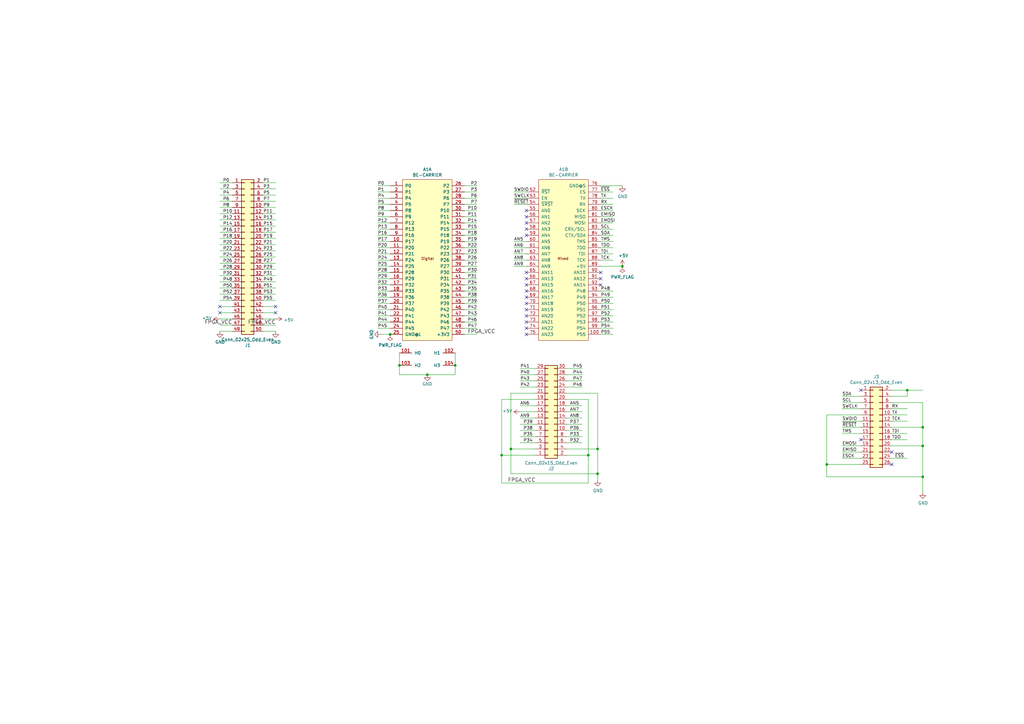
<source format=kicad_sch>
(kicad_sch (version 20211123) (generator eeschema)
  (paper "A3")
  (title_block (title "RC2014 myStorm BlackIce interface") (date "2020-10-08") (rev "2"))
  (lib_symbols
    (symbol "Connector_Generic:Conn_02x13_Odd_Even" (pin_names (offset 1.016) hide)
      (property "Reference" "J" (at 1.27 17.78 0))
      (property "Value" "Conn_02x13_Odd_Even" (at 1.27 -17.78 0))
      (symbol "Conn_02x13_Odd_Even_1_1"
        (rectangle (start -1.27 -15.113) (end 0 -15.367) (stroke (width 0.1524)))
        (rectangle (start -1.27 -12.573) (end 0 -12.827) (stroke (width 0.1524)))
        (rectangle (start -1.27 -10.033) (end 0 -10.287) (stroke (width 0.1524)))
        (rectangle (start -1.27 -7.493) (end 0 -7.747) (stroke (width 0.1524)))
        (rectangle (start -1.27 -4.953) (end 0 -5.207) (stroke (width 0.1524)))
        (rectangle (start -1.27 -2.413) (end 0 -2.667) (stroke (width 0.1524)))
        (rectangle (start -1.27 0.127) (end 0 -0.127) (stroke (width 0.1524)))
        (rectangle (start -1.27 2.667) (end 0 2.413) (stroke (width 0.1524)))
        (rectangle (start -1.27 5.207) (end 0 4.953) (stroke (width 0.1524)))
        (rectangle (start -1.27 7.747) (end 0 7.493) (stroke (width 0.1524)))
        (rectangle (start -1.27 10.287) (end 0 10.033) (stroke (width 0.1524)))
        (rectangle (start -1.27 12.827) (end 0 12.573) (stroke (width 0.1524)))
        (rectangle (start -1.27 15.367) (end 0 15.113) (stroke (width 0.1524)))
        (rectangle (start -1.27 16.51) (end 3.81 -16.51) (stroke (width 0.254)) (fill (type background)))
        (rectangle (start 3.81 -15.113) (end 2.54 -15.367) (stroke (width 0.1524)))
        (rectangle (start 3.81 -12.573) (end 2.54 -12.827) (stroke (width 0.1524)))
        (rectangle (start 3.81 -10.033) (end 2.54 -10.287) (stroke (width 0.1524)))
        (rectangle (start 3.81 -7.493) (end 2.54 -7.747) (stroke (width 0.1524)))
        (rectangle (start 3.81 -4.953) (end 2.54 -5.207) (stroke (width 0.1524)))
        (rectangle (start 3.81 -2.413) (end 2.54 -2.667) (stroke (width 0.1524)))
        (rectangle (start 3.81 0.127) (end 2.54 -0.127) (stroke (width 0.1524)))
        (rectangle (start 3.81 2.667) (end 2.54 2.413) (stroke (width 0.1524)))
        (rectangle (start 3.81 5.207) (end 2.54 4.953) (stroke (width 0.1524)))
        (rectangle (start 3.81 7.747) (end 2.54 7.493) (stroke (width 0.1524)))
        (rectangle (start 3.81 10.287) (end 2.54 10.033) (stroke (width 0.1524)))
        (rectangle (start 3.81 12.827) (end 2.54 12.573) (stroke (width 0.1524)))
        (rectangle (start 3.81 15.367) (end 2.54 15.113) (stroke (width 0.1524)))
        (pin passive line (at -5.08 15.24 0) (length 3.81) (name "Pin_1") (number "1"))
        (pin passive line (at 7.62 5.08 180) (length 3.81) (name "Pin_10") (number "10"))
        (pin passive line (at -5.08 2.54 0) (length 3.81) (name "Pin_11") (number "11"))
        (pin passive line (at 7.62 2.54 180) (length 3.81) (name "Pin_12") (number "12"))
        (pin passive line (at -5.08 0 0) (length 3.81) (name "Pin_13") (number "13"))
        (pin passive line (at 7.62 0 180) (length 3.81) (name "Pin_14") (number "14"))
        (pin passive line (at -5.08 -2.54 0) (length 3.81) (name "Pin_15") (number "15"))
        (pin passive line (at 7.62 -2.54 180) (length 3.81) (name "Pin_16") (number "16"))
        (pin passive line (at -5.08 -5.08 0) (length 3.81) (name "Pin_17") (number "17"))
        (pin passive line (at 7.62 -5.08 180) (length 3.81) (name "Pin_18") (number "18"))
        (pin passive line (at -5.08 -7.62 0) (length 3.81) (name "Pin_19") (number "19"))
        (pin passive line (at 7.62 15.24 180) (length 3.81) (name "Pin_2") (number "2"))
        (pin passive line (at 7.62 -7.62 180) (length 3.81) (name "Pin_20") (number "20"))
        (pin passive line (at -5.08 -10.16 0) (length 3.81) (name "Pin_21") (number "21"))
        (pin passive line (at 7.62 -10.16 180) (length 3.81) (name "Pin_22") (number "22"))
        (pin passive line (at -5.08 -12.7 0) (length 3.81) (name "Pin_23") (number "23"))
        (pin passive line (at 7.62 -12.7 180) (length 3.81) (name "Pin_24") (number "24"))
        (pin passive line (at -5.08 -15.24 0) (length 3.81) (name "Pin_25") (number "25"))
        (pin passive line (at 7.62 -15.24 180) (length 3.81) (name "Pin_26") (number "26"))
        (pin passive line (at -5.08 12.7 0) (length 3.81) (name "Pin_3") (number "3"))
        (pin passive line (at 7.62 12.7 180) (length 3.81) (name "Pin_4") (number "4"))
        (pin passive line (at -5.08 10.16 0) (length 3.81) (name "Pin_5") (number "5"))
        (pin passive line (at 7.62 10.16 180) (length 3.81) (name "Pin_6") (number "6"))
        (pin passive line (at -5.08 7.62 0) (length 3.81) (name "Pin_7") (number "7"))
        (pin passive line (at 7.62 7.62 180) (length 3.81) (name "Pin_8") (number "8"))
        (pin passive line (at -5.08 5.08 0) (length 3.81) (name "Pin_9") (number "9"))
      )
    )
    (symbol "Connector_Generic:Conn_02x15_Odd_Even" (pin_names (offset 1.016) hide)
      (property "Reference" "J" (at 1.27 20.32 0))
      (property "Value" "Conn_02x15_Odd_Even" (at 1.27 -20.32 0))
      (symbol "Conn_02x15_Odd_Even_1_1"
        (rectangle (start -1.27 -17.653) (end 0 -17.907) (stroke (width 0.1524)))
        (rectangle (start -1.27 -15.113) (end 0 -15.367) (stroke (width 0.1524)))
        (rectangle (start -1.27 -12.573) (end 0 -12.827) (stroke (width 0.1524)))
        (rectangle (start -1.27 -10.033) (end 0 -10.287) (stroke (width 0.1524)))
        (rectangle (start -1.27 -7.493) (end 0 -7.747) (stroke (width 0.1524)))
        (rectangle (start -1.27 -4.953) (end 0 -5.207) (stroke (width 0.1524)))
        (rectangle (start -1.27 -2.413) (end 0 -2.667) (stroke (width 0.1524)))
        (rectangle (start -1.27 0.127) (end 0 -0.127) (stroke (width 0.1524)))
        (rectangle (start -1.27 2.667) (end 0 2.413) (stroke (width 0.1524)))
        (rectangle (start -1.27 5.207) (end 0 4.953) (stroke (width 0.1524)))
        (rectangle (start -1.27 7.747) (end 0 7.493) (stroke (width 0.1524)))
        (rectangle (start -1.27 10.287) (end 0 10.033) (stroke (width 0.1524)))
        (rectangle (start -1.27 12.827) (end 0 12.573) (stroke (width 0.1524)))
        (rectangle (start -1.27 15.367) (end 0 15.113) (stroke (width 0.1524)))
        (rectangle (start -1.27 17.907) (end 0 17.653) (stroke (width 0.1524)))
        (rectangle (start -1.27 19.05) (end 3.81 -19.05) (stroke (width 0.254)) (fill (type background)))
        (rectangle (start 3.81 -17.653) (end 2.54 -17.907) (stroke (width 0.1524)))
        (rectangle (start 3.81 -15.113) (end 2.54 -15.367) (stroke (width 0.1524)))
        (rectangle (start 3.81 -12.573) (end 2.54 -12.827) (stroke (width 0.1524)))
        (rectangle (start 3.81 -10.033) (end 2.54 -10.287) (stroke (width 0.1524)))
        (rectangle (start 3.81 -7.493) (end 2.54 -7.747) (stroke (width 0.1524)))
        (rectangle (start 3.81 -4.953) (end 2.54 -5.207) (stroke (width 0.1524)))
        (rectangle (start 3.81 -2.413) (end 2.54 -2.667) (stroke (width 0.1524)))
        (rectangle (start 3.81 0.127) (end 2.54 -0.127) (stroke (width 0.1524)))
        (rectangle (start 3.81 2.667) (end 2.54 2.413) (stroke (width 0.1524)))
        (rectangle (start 3.81 5.207) (end 2.54 4.953) (stroke (width 0.1524)))
        (rectangle (start 3.81 7.747) (end 2.54 7.493) (stroke (width 0.1524)))
        (rectangle (start 3.81 10.287) (end 2.54 10.033) (stroke (width 0.1524)))
        (rectangle (start 3.81 12.827) (end 2.54 12.573) (stroke (width 0.1524)))
        (rectangle (start 3.81 15.367) (end 2.54 15.113) (stroke (width 0.1524)))
        (rectangle (start 3.81 17.907) (end 2.54 17.653) (stroke (width 0.1524)))
        (pin passive line (at -5.08 17.78 0) (length 3.81) (name "Pin_1") (number "1"))
        (pin passive line (at 7.62 7.62 180) (length 3.81) (name "Pin_10") (number "10"))
        (pin passive line (at -5.08 5.08 0) (length 3.81) (name "Pin_11") (number "11"))
        (pin passive line (at 7.62 5.08 180) (length 3.81) (name "Pin_12") (number "12"))
        (pin passive line (at -5.08 2.54 0) (length 3.81) (name "Pin_13") (number "13"))
        (pin passive line (at 7.62 2.54 180) (length 3.81) (name "Pin_14") (number "14"))
        (pin passive line (at -5.08 0 0) (length 3.81) (name "Pin_15") (number "15"))
        (pin passive line (at 7.62 0 180) (length 3.81) (name "Pin_16") (number "16"))
        (pin passive line (at -5.08 -2.54 0) (length 3.81) (name "Pin_17") (number "17"))
        (pin passive line (at 7.62 -2.54 180) (length 3.81) (name "Pin_18") (number "18"))
        (pin passive line (at -5.08 -5.08 0) (length 3.81) (name "Pin_19") (number "19"))
        (pin passive line (at 7.62 17.78 180) (length 3.81) (name "Pin_2") (number "2"))
        (pin passive line (at 7.62 -5.08 180) (length 3.81) (name "Pin_20") (number "20"))
        (pin passive line (at -5.08 -7.62 0) (length 3.81) (name "Pin_21") (number "21"))
        (pin passive line (at 7.62 -7.62 180) (length 3.81) (name "Pin_22") (number "22"))
        (pin passive line (at -5.08 -10.16 0) (length 3.81) (name "Pin_23") (number "23"))
        (pin passive line (at 7.62 -10.16 180) (length 3.81) (name "Pin_24") (number "24"))
        (pin passive line (at -5.08 -12.7 0) (length 3.81) (name "Pin_25") (number "25"))
        (pin passive line (at 7.62 -12.7 180) (length 3.81) (name "Pin_26") (number "26"))
        (pin passive line (at -5.08 -15.24 0) (length 3.81) (name "Pin_27") (number "27"))
        (pin passive line (at 7.62 -15.24 180) (length 3.81) (name "Pin_28") (number "28"))
        (pin passive line (at -5.08 -17.78 0) (length 3.81) (name "Pin_29") (number "29"))
        (pin passive line (at -5.08 15.24 0) (length 3.81) (name "Pin_3") (number "3"))
        (pin passive line (at 7.62 -17.78 180) (length 3.81) (name "Pin_30") (number "30"))
        (pin passive line (at 7.62 15.24 180) (length 3.81) (name "Pin_4") (number "4"))
        (pin passive line (at -5.08 12.7 0) (length 3.81) (name "Pin_5") (number "5"))
        (pin passive line (at 7.62 12.7 180) (length 3.81) (name "Pin_6") (number "6"))
        (pin passive line (at -5.08 10.16 0) (length 3.81) (name "Pin_7") (number "7"))
        (pin passive line (at 7.62 10.16 180) (length 3.81) (name "Pin_8") (number "8"))
        (pin passive line (at -5.08 7.62 0) (length 3.81) (name "Pin_9") (number "9"))
      )
    )
    (symbol "Connector_Generic:Conn_02x25_Odd_Even" (pin_names (offset 1.016) hide)
      (property "Reference" "J" (at 1.27 33.02 0))
      (property "Value" "Conn_02x25_Odd_Even" (at 1.27 -33.02 0))
      (symbol "Conn_02x25_Odd_Even_1_1"
        (rectangle (start -1.27 -30.353) (end 0 -30.607) (stroke (width 0.1524)))
        (rectangle (start -1.27 -27.813) (end 0 -28.067) (stroke (width 0.1524)))
        (rectangle (start -1.27 -25.273) (end 0 -25.527) (stroke (width 0.1524)))
        (rectangle (start -1.27 -22.733) (end 0 -22.987) (stroke (width 0.1524)))
        (rectangle (start -1.27 -20.193) (end 0 -20.447) (stroke (width 0.1524)))
        (rectangle (start -1.27 -17.653) (end 0 -17.907) (stroke (width 0.1524)))
        (rectangle (start -1.27 -15.113) (end 0 -15.367) (stroke (width 0.1524)))
        (rectangle (start -1.27 -12.573) (end 0 -12.827) (stroke (width 0.1524)))
        (rectangle (start -1.27 -10.033) (end 0 -10.287) (stroke (width 0.1524)))
        (rectangle (start -1.27 -7.493) (end 0 -7.747) (stroke (width 0.1524)))
        (rectangle (start -1.27 -4.953) (end 0 -5.207) (stroke (width 0.1524)))
        (rectangle (start -1.27 -2.413) (end 0 -2.667) (stroke (width 0.1524)))
        (rectangle (start -1.27 0.127) (end 0 -0.127) (stroke (width 0.1524)))
        (rectangle (start -1.27 2.667) (end 0 2.413) (stroke (width 0.1524)))
        (rectangle (start -1.27 5.207) (end 0 4.953) (stroke (width 0.1524)))
        (rectangle (start -1.27 7.747) (end 0 7.493) (stroke (width 0.1524)))
        (rectangle (start -1.27 10.287) (end 0 10.033) (stroke (width 0.1524)))
        (rectangle (start -1.27 12.827) (end 0 12.573) (stroke (width 0.1524)))
        (rectangle (start -1.27 15.367) (end 0 15.113) (stroke (width 0.1524)))
        (rectangle (start -1.27 17.907) (end 0 17.653) (stroke (width 0.1524)))
        (rectangle (start -1.27 20.447) (end 0 20.193) (stroke (width 0.1524)))
        (rectangle (start -1.27 22.987) (end 0 22.733) (stroke (width 0.1524)))
        (rectangle (start -1.27 25.527) (end 0 25.273) (stroke (width 0.1524)))
        (rectangle (start -1.27 28.067) (end 0 27.813) (stroke (width 0.1524)))
        (rectangle (start -1.27 30.607) (end 0 30.353) (stroke (width 0.1524)))
        (rectangle (start -1.27 31.75) (end 3.81 -31.75) (stroke (width 0.254)) (fill (type background)))
        (rectangle (start 3.81 -30.353) (end 2.54 -30.607) (stroke (width 0.1524)))
        (rectangle (start 3.81 -27.813) (end 2.54 -28.067) (stroke (width 0.1524)))
        (rectangle (start 3.81 -25.273) (end 2.54 -25.527) (stroke (width 0.1524)))
        (rectangle (start 3.81 -22.733) (end 2.54 -22.987) (stroke (width 0.1524)))
        (rectangle (start 3.81 -20.193) (end 2.54 -20.447) (stroke (width 0.1524)))
        (rectangle (start 3.81 -17.653) (end 2.54 -17.907) (stroke (width 0.1524)))
        (rectangle (start 3.81 -15.113) (end 2.54 -15.367) (stroke (width 0.1524)))
        (rectangle (start 3.81 -12.573) (end 2.54 -12.827) (stroke (width 0.1524)))
        (rectangle (start 3.81 -10.033) (end 2.54 -10.287) (stroke (width 0.1524)))
        (rectangle (start 3.81 -7.493) (end 2.54 -7.747) (stroke (width 0.1524)))
        (rectangle (start 3.81 -4.953) (end 2.54 -5.207) (stroke (width 0.1524)))
        (rectangle (start 3.81 -2.413) (end 2.54 -2.667) (stroke (width 0.1524)))
        (rectangle (start 3.81 0.127) (end 2.54 -0.127) (stroke (width 0.1524)))
        (rectangle (start 3.81 2.667) (end 2.54 2.413) (stroke (width 0.1524)))
        (rectangle (start 3.81 5.207) (end 2.54 4.953) (stroke (width 0.1524)))
        (rectangle (start 3.81 7.747) (end 2.54 7.493) (stroke (width 0.1524)))
        (rectangle (start 3.81 10.287) (end 2.54 10.033) (stroke (width 0.1524)))
        (rectangle (start 3.81 12.827) (end 2.54 12.573) (stroke (width 0.1524)))
        (rectangle (start 3.81 15.367) (end 2.54 15.113) (stroke (width 0.1524)))
        (rectangle (start 3.81 17.907) (end 2.54 17.653) (stroke (width 0.1524)))
        (rectangle (start 3.81 20.447) (end 2.54 20.193) (stroke (width 0.1524)))
        (rectangle (start 3.81 22.987) (end 2.54 22.733) (stroke (width 0.1524)))
        (rectangle (start 3.81 25.527) (end 2.54 25.273) (stroke (width 0.1524)))
        (rectangle (start 3.81 28.067) (end 2.54 27.813) (stroke (width 0.1524)))
        (rectangle (start 3.81 30.607) (end 2.54 30.353) (stroke (width 0.1524)))
        (pin passive line (at -5.08 30.48 0) (length 3.81) (name "Pin_1") (number "1"))
        (pin passive line (at 7.62 20.32 180) (length 3.81) (name "Pin_10") (number "10"))
        (pin passive line (at -5.08 17.78 0) (length 3.81) (name "Pin_11") (number "11"))
        (pin passive line (at 7.62 17.78 180) (length 3.81) (name "Pin_12") (number "12"))
        (pin passive line (at -5.08 15.24 0) (length 3.81) (name "Pin_13") (number "13"))
        (pin passive line (at 7.62 15.24 180) (length 3.81) (name "Pin_14") (number "14"))
        (pin passive line (at -5.08 12.7 0) (length 3.81) (name "Pin_15") (number "15"))
        (pin passive line (at 7.62 12.7 180) (length 3.81) (name "Pin_16") (number "16"))
        (pin passive line (at -5.08 10.16 0) (length 3.81) (name "Pin_17") (number "17"))
        (pin passive line (at 7.62 10.16 180) (length 3.81) (name "Pin_18") (number "18"))
        (pin passive line (at -5.08 7.62 0) (length 3.81) (name "Pin_19") (number "19"))
        (pin passive line (at 7.62 30.48 180) (length 3.81) (name "Pin_2") (number "2"))
        (pin passive line (at 7.62 7.62 180) (length 3.81) (name "Pin_20") (number "20"))
        (pin passive line (at -5.08 5.08 0) (length 3.81) (name "Pin_21") (number "21"))
        (pin passive line (at 7.62 5.08 180) (length 3.81) (name "Pin_22") (number "22"))
        (pin passive line (at -5.08 2.54 0) (length 3.81) (name "Pin_23") (number "23"))
        (pin passive line (at 7.62 2.54 180) (length 3.81) (name "Pin_24") (number "24"))
        (pin passive line (at -5.08 0 0) (length 3.81) (name "Pin_25") (number "25"))
        (pin passive line (at 7.62 0 180) (length 3.81) (name "Pin_26") (number "26"))
        (pin passive line (at -5.08 -2.54 0) (length 3.81) (name "Pin_27") (number "27"))
        (pin passive line (at 7.62 -2.54 180) (length 3.81) (name "Pin_28") (number "28"))
        (pin passive line (at -5.08 -5.08 0) (length 3.81) (name "Pin_29") (number "29"))
        (pin passive line (at -5.08 27.94 0) (length 3.81) (name "Pin_3") (number "3"))
        (pin passive line (at 7.62 -5.08 180) (length 3.81) (name "Pin_30") (number "30"))
        (pin passive line (at -5.08 -7.62 0) (length 3.81) (name "Pin_31") (number "31"))
        (pin passive line (at 7.62 -7.62 180) (length 3.81) (name "Pin_32") (number "32"))
        (pin passive line (at -5.08 -10.16 0) (length 3.81) (name "Pin_33") (number "33"))
        (pin passive line (at 7.62 -10.16 180) (length 3.81) (name "Pin_34") (number "34"))
        (pin passive line (at -5.08 -12.7 0) (length 3.81) (name "Pin_35") (number "35"))
        (pin passive line (at 7.62 -12.7 180) (length 3.81) (name "Pin_36") (number "36"))
        (pin passive line (at -5.08 -15.24 0) (length 3.81) (name "Pin_37") (number "37"))
        (pin passive line (at 7.62 -15.24 180) (length 3.81) (name "Pin_38") (number "38"))
        (pin passive line (at -5.08 -17.78 0) (length 3.81) (name "Pin_39") (number "39"))
        (pin passive line (at 7.62 27.94 180) (length 3.81) (name "Pin_4") (number "4"))
        (pin passive line (at 7.62 -17.78 180) (length 3.81) (name "Pin_40") (number "40"))
        (pin passive line (at -5.08 -20.32 0) (length 3.81) (name "Pin_41") (number "41"))
        (pin passive line (at 7.62 -20.32 180) (length 3.81) (name "Pin_42") (number "42"))
        (pin passive line (at -5.08 -22.86 0) (length 3.81) (name "Pin_43") (number "43"))
        (pin passive line (at 7.62 -22.86 180) (length 3.81) (name "Pin_44") (number "44"))
        (pin passive line (at -5.08 -25.4 0) (length 3.81) (name "Pin_45") (number "45"))
        (pin passive line (at 7.62 -25.4 180) (length 3.81) (name "Pin_46") (number "46"))
        (pin passive line (at -5.08 -27.94 0) (length 3.81) (name "Pin_47") (number "47"))
        (pin passive line (at 7.62 -27.94 180) (length 3.81) (name "Pin_48") (number "48"))
        (pin passive line (at -5.08 -30.48 0) (length 3.81) (name "Pin_49") (number "49"))
        (pin passive line (at -5.08 25.4 0) (length 3.81) (name "Pin_5") (number "5"))
        (pin passive line (at 7.62 -30.48 180) (length 3.81) (name "Pin_50") (number "50"))
        (pin passive line (at 7.62 25.4 180) (length 3.81) (name "Pin_6") (number "6"))
        (pin passive line (at -5.08 22.86 0) (length 3.81) (name "Pin_7") (number "7"))
        (pin passive line (at 7.62 22.86 180) (length 3.81) (name "Pin_8") (number "8"))
        (pin passive line (at -5.08 20.32 0) (length 3.81) (name "Pin_9") (number "9"))
      )
    )
    (symbol "blackedge:BE-CARRIER" (pin_names (offset 1.016))
      (property "Reference" "J" (at 0 34.29 0))
      (property "Value" "BE-CARRIER" (at 0 36.83 0))
      (symbol "BE-CARRIER_1_0"
        (rectangle (start -10.16 31.75) (end 10.16 -34.29) (fill (type background)))
        (text "Digital" (at -2.54 -1.27 0) (effects (font (size 1.0668 1.0668)) (justify left bottom)))
        (pin bidirectional line (at -15.24 29.21 0) (length 5.08) (name "P0") (number "1"))
        (pin bidirectional line (at -15.24 6.35 0) (length 5.08) (name "P17") (number "10"))
        (pin input line (at -11.43 -39.37 0) (length 5.08) (name "H0") (number "101"))
        (pin input line (at 11.43 -39.37 180) (length 5.08) (name "H1") (number "102"))
        (pin input line (at -11.43 -44.45 0) (length 5.08) (name "H2") (number "103"))
        (pin input line (at 11.43 -44.45 180) (length 5.08) (name "H3") (number "104"))
        (pin bidirectional line (at -15.24 3.81 0) (length 5.08) (name "P20") (number "11"))
        (pin bidirectional line (at -15.24 1.27 0) (length 5.08) (name "P21") (number "12"))
        (pin bidirectional line (at -15.24 -1.27 0) (length 5.08) (name "P24") (number "13"))
        (pin bidirectional line (at -15.24 -3.81 0) (length 5.08) (name "P25") (number "14"))
        (pin bidirectional line (at -15.24 -6.35 0) (length 5.08) (name "P28") (number "15"))
        (pin bidirectional line (at -15.24 -8.89 0) (length 5.08) (name "P29") (number "16"))
        (pin bidirectional line (at -15.24 -11.43 0) (length 5.08) (name "P32") (number "17"))
        (pin bidirectional line (at -15.24 -13.97 0) (length 5.08) (name "P33") (number "18"))
        (pin bidirectional line (at -15.24 -16.51 0) (length 5.08) (name "P36") (number "19"))
        (pin bidirectional line (at -15.24 26.67 0) (length 5.08) (name "P1") (number "2"))
        (pin bidirectional line (at -15.24 -19.05 0) (length 5.08) (name "P37") (number "20"))
        (pin bidirectional line (at -15.24 -21.59 0) (length 5.08) (name "P40") (number "21"))
        (pin bidirectional line (at -15.24 -24.13 0) (length 5.08) (name "P41") (number "22"))
        (pin bidirectional line (at -15.24 -26.67 0) (length 5.08) (name "P44") (number "23"))
        (pin bidirectional line (at -15.24 -29.21 0) (length 5.08) (name "P45") (number "24"))
        (pin power_in line (at -15.24 -31.75 0) (length 5.08) (name "GND@L") (number "25"))
        (pin bidirectional line (at 15.24 29.21 180) (length 5.08) (name "P2") (number "26"))
        (pin bidirectional line (at 15.24 26.67 180) (length 5.08) (name "P3") (number "27"))
        (pin bidirectional line (at 15.24 24.13 180) (length 5.08) (name "P6") (number "28"))
        (pin bidirectional line (at 15.24 21.59 180) (length 5.08) (name "P7") (number "29"))
        (pin bidirectional line (at -15.24 24.13 0) (length 5.08) (name "P4") (number "3"))
        (pin bidirectional line (at 15.24 19.05 180) (length 5.08) (name "P10") (number "30"))
        (pin bidirectional line (at 15.24 16.51 180) (length 5.08) (name "P11") (number "31"))
        (pin bidirectional line (at 15.24 13.97 180) (length 5.08) (name "P14") (number "32"))
        (pin bidirectional line (at 15.24 11.43 180) (length 5.08) (name "P15") (number "33"))
        (pin bidirectional line (at 15.24 8.89 180) (length 5.08) (name "P18") (number "34"))
        (pin bidirectional line (at 15.24 6.35 180) (length 5.08) (name "P19") (number "35"))
        (pin bidirectional line (at 15.24 3.81 180) (length 5.08) (name "P22") (number "36"))
        (pin bidirectional line (at 15.24 1.27 180) (length 5.08) (name "P23") (number "37"))
        (pin bidirectional line (at 15.24 -1.27 180) (length 5.08) (name "P26") (number "38"))
        (pin bidirectional line (at 15.24 -3.81 180) (length 5.08) (name "P27") (number "39"))
        (pin bidirectional line (at -15.24 21.59 0) (length 5.08) (name "P5") (number "4"))
        (pin bidirectional line (at 15.24 -6.35 180) (length 5.08) (name "P30") (number "40"))
        (pin bidirectional line (at 15.24 -8.89 180) (length 5.08) (name "P31") (number "41"))
        (pin bidirectional line (at 15.24 -11.43 180) (length 5.08) (name "P34") (number "42"))
        (pin bidirectional line (at 15.24 -13.97 180) (length 5.08) (name "P35") (number "43"))
        (pin bidirectional line (at 15.24 -16.51 180) (length 5.08) (name "P38") (number "44"))
        (pin bidirectional line (at 15.24 -19.05 180) (length 5.08) (name "P39") (number "45"))
        (pin bidirectional line (at 15.24 -21.59 180) (length 5.08) (name "P42") (number "46"))
        (pin bidirectional line (at 15.24 -24.13 180) (length 5.08) (name "P43") (number "47"))
        (pin bidirectional line (at 15.24 -26.67 180) (length 5.08) (name "P46") (number "48"))
        (pin bidirectional line (at 15.24 -29.21 180) (length 5.08) (name "P47") (number "49"))
        (pin bidirectional line (at -15.24 19.05 0) (length 5.08) (name "P8") (number "5"))
        (pin power_out line (at 15.24 -31.75 180) (length 5.08) (name "+3V3") (number "50"))
        (pin bidirectional line (at -15.24 16.51 0) (length 5.08) (name "P9") (number "6"))
        (pin bidirectional line (at -15.24 13.97 0) (length 5.08) (name "P12") (number "7"))
        (pin bidirectional line (at -15.24 11.43 0) (length 5.08) (name "P13") (number "8"))
        (pin bidirectional line (at -15.24 8.89 0) (length 5.08) (name "P16") (number "9"))
      )
      (symbol "BE-CARRIER_2_0"
        (rectangle (start -10.16 31.75) (end 10.16 -34.29) (fill (type background)))
        (text "Mixed" (at -2.54 -1.27 0) (effects (font (size 1.0668 1.0668)) (justify left bottom)))
        (pin bidirectional line (at 15.24 -31.75 180) (length 5.08) (name "P55") (number "100"))
        (pin no_connect line (at -10.16 29.21 0) (length 0) hide (name "NC") (number "51"))
        (pin bidirectional line (at -15.24 26.67 0) (length 5.08) (name "~{RST}") (number "52"))
        (pin bidirectional line (at -15.24 24.13 0) (length 5.08) (name "EN") (number "53"))
        (pin bidirectional line (at -15.24 21.59 0) (length 5.08) (name "~{SRST}") (number "54"))
        (pin bidirectional line (at -15.24 19.05 0) (length 5.08) (name "AN0") (number "55"))
        (pin bidirectional line (at -15.24 16.51 0) (length 5.08) (name "AN1") (number "56"))
        (pin bidirectional line (at -15.24 13.97 0) (length 5.08) (name "AN2") (number "57"))
        (pin bidirectional line (at -15.24 11.43 0) (length 5.08) (name "AN3") (number "58"))
        (pin bidirectional line (at -15.24 8.89 0) (length 5.08) (name "AN4") (number "59"))
        (pin bidirectional line (at -15.24 6.35 0) (length 5.08) (name "AN5") (number "60"))
        (pin bidirectional line (at -15.24 3.81 0) (length 5.08) (name "AN6") (number "61"))
        (pin bidirectional line (at -15.24 1.27 0) (length 5.08) (name "AN7") (number "62"))
        (pin bidirectional line (at -15.24 -1.27 0) (length 5.08) (name "AN8") (number "63"))
        (pin bidirectional line (at -15.24 -3.81 0) (length 5.08) (name "AN9") (number "64"))
        (pin bidirectional line (at -15.24 -6.35 0) (length 5.08) (name "AN11") (number "65"))
        (pin bidirectional line (at -15.24 -8.89 0) (length 5.08) (name "AN13") (number "66"))
        (pin bidirectional line (at -15.24 -11.43 0) (length 5.08) (name "AN15") (number "67"))
        (pin bidirectional line (at -15.24 -13.97 0) (length 5.08) (name "AN16") (number "68"))
        (pin bidirectional line (at -15.24 -16.51 0) (length 5.08) (name "AN17") (number "69"))
        (pin bidirectional line (at -15.24 -19.05 0) (length 5.08) (name "AN18") (number "70"))
        (pin bidirectional line (at -15.24 -21.59 0) (length 5.08) (name "AN19") (number "71"))
        (pin bidirectional line (at -15.24 -24.13 0) (length 5.08) (name "AN20") (number "72"))
        (pin bidirectional line (at -15.24 -26.67 0) (length 5.08) (name "AN21") (number "73"))
        (pin bidirectional line (at -15.24 -29.21 0) (length 5.08) (name "AN22") (number "74"))
        (pin bidirectional line (at -15.24 -31.75 0) (length 5.08) (name "AN23") (number "75"))
        (pin power_in line (at 15.24 29.21 180) (length 5.08) (name "GND@S") (number "76"))
        (pin bidirectional line (at 15.24 26.67 180) (length 5.08) (name "ES") (number "77"))
        (pin bidirectional line (at 15.24 24.13 180) (length 5.08) (name "TX") (number "78"))
        (pin bidirectional line (at 15.24 21.59 180) (length 5.08) (name "RX") (number "79"))
        (pin bidirectional line (at 15.24 19.05 180) (length 5.08) (name "SCK") (number "80"))
        (pin bidirectional line (at 15.24 16.51 180) (length 5.08) (name "MISO") (number "81"))
        (pin bidirectional line (at 15.24 13.97 180) (length 5.08) (name "MOSI") (number "82"))
        (pin bidirectional line (at 15.24 11.43 180) (length 5.08) (name "CRX/SCL") (number "83"))
        (pin bidirectional line (at 15.24 8.89 180) (length 5.08) (name "CTX/SDA") (number "84"))
        (pin bidirectional line (at 15.24 6.35 180) (length 5.08) (name "TMS") (number "85"))
        (pin bidirectional line (at 15.24 3.81 180) (length 5.08) (name "TDO") (number "86"))
        (pin bidirectional line (at 15.24 1.27 180) (length 5.08) (name "TDI") (number "87"))
        (pin bidirectional line (at 15.24 -1.27 180) (length 5.08) (name "TCK") (number "88"))
        (pin power_in line (at 15.24 -3.81 180) (length 5.08) (name "+5V") (number "89"))
        (pin bidirectional line (at 15.24 -6.35 180) (length 5.08) (name "AN10") (number "90"))
        (pin bidirectional line (at 15.24 -8.89 180) (length 5.08) (name "AN12") (number "91"))
        (pin bidirectional line (at 15.24 -11.43 180) (length 5.08) (name "AN14") (number "92"))
        (pin bidirectional line (at 15.24 -13.97 180) (length 5.08) (name "P48") (number "93"))
        (pin bidirectional line (at 15.24 -16.51 180) (length 5.08) (name "P49") (number "94"))
        (pin bidirectional line (at 15.24 -19.05 180) (length 5.08) (name "P50") (number "95"))
        (pin bidirectional line (at 15.24 -21.59 180) (length 5.08) (name "P51") (number "96"))
        (pin bidirectional line (at 15.24 -24.13 180) (length 5.08) (name "P52") (number "97"))
        (pin bidirectional line (at 15.24 -26.67 180) (length 5.08) (name "P53") (number "98"))
        (pin bidirectional line (at 15.24 -29.21 180) (length 5.08) (name "P54") (number "99"))
      )
    )
    (symbol "power:+5V" (power) (pin_names (offset 0))
      (property "Value" "+5V" (at 0 3.556 0))
      (symbol "+5V_0_1"
        (polyline (pts (xy -0.762 1.27) (xy 0 2.54)))
        (polyline (pts (xy 0 0) (xy 0 2.54)))
        (polyline (pts (xy 0 2.54) (xy 0.762 1.27)))
      )
      (symbol "+5V_1_1"
        (pin power_in line (at 0 0 90) (length 0) hide (name "+5V") (number "1"))
      )
    )
    (symbol "power:GND" (power) (pin_names (offset 0))
      (property "Value" "GND" (at 0 -3.81 0))
      (symbol "GND_0_1"
        (polyline (pts (xy 0 0) (xy 0 -1.27) (xy 1.27 -1.27) (xy 0 -2.54) (xy -1.27 -1.27) (xy 0 -1.27)))
      )
      (symbol "GND_1_1"
        (pin power_in line (at 0 0 270) (length 0) hide (name "GND") (number "1"))
      )
    )
    (symbol "power:PWR_FLAG" (power) (pin_numbers hide) (pin_names (offset 0) hide)
      (property "Value" "PWR_FLAG" (at 0 3.81 0))
      (symbol "PWR_FLAG_0_0"
        (pin power_out line (at 0 0 90) (length 0) (name "pwr") (number "1"))
      )
      (symbol "PWR_FLAG_0_1"
        (polyline (pts (xy 0 0) (xy 0 1.27) (xy -1.016 1.905) (xy 0 2.54) (xy 1.016 1.905) (xy 0 1.27)))
      )
    )
  )
  (junction (at 175.26 153.67))
  (junction (at 245.11 194.31))
  (junction (at 339.09 190.5))
  (junction (at 378.46 195.58))
  (junction (at 163.83 149.86))
  (junction (at 241.3 186.69))
  (junction (at 160.02 137.16))
  (junction (at 209.55 184.15))
  (junction (at 372.11 160.02))
  (junction (at 378.46 175.26))
  (junction (at 378.46 182.88))
  (junction (at 186.69 149.86))
  (junction (at 245.11 184.15))
  (junction (at 205.74 186.69))
  (junction (at 255.27 109.22))
  (no_connect (at 215.9 119.38))
  (no_connect (at 215.9 116.84))
  (no_connect (at 113.03 128.27))
  (no_connect (at 353.06 160.02))
  (no_connect (at 90.17 128.27))
  (no_connect (at 215.9 124.46))
  (no_connect (at 90.17 125.73))
  (no_connect (at 215.9 114.3))
  (no_connect (at 365.76 190.5))
  (no_connect (at 215.9 121.92))
  (no_connect (at 215.9 96.52))
  (no_connect (at 215.9 111.76))
  (no_connect (at 215.9 88.9))
  (no_connect (at 215.9 93.98))
  (no_connect (at 246.38 116.84))
  (no_connect (at 215.9 134.62))
  (no_connect (at 215.9 127))
  (no_connect (at 353.06 180.34))
  (no_connect (at 365.76 185.42))
  (no_connect (at 246.38 114.3))
  (no_connect (at 215.9 91.44))
  (no_connect (at 246.38 111.76))
  (no_connect (at 215.9 137.16))
  (no_connect (at 215.9 129.54))
  (no_connect (at 113.03 125.73))
  (no_connect (at 215.9 86.36))
  (no_connect (at 215.9 132.08))
  (wire (pts (xy 246.38 91.44) (xy 251.46 91.44)))
  (wire (pts (xy 160.02 99.06) (xy 154.94 99.06)))
  (wire (pts (xy 213.36 173.99) (xy 219.71 173.99)))
  (wire (pts (xy 246.38 78.74) (xy 251.46 78.74)))
  (wire (pts (xy 213.36 181.61) (xy 219.71 181.61)))
  (wire (pts (xy 113.03 77.47) (xy 107.95 77.47)))
  (wire (pts (xy 245.11 194.31) (xy 245.11 196.85)))
  (wire (pts (xy 113.03 120.65) (xy 107.95 120.65)))
  (wire (pts (xy 113.03 74.93) (xy 107.95 74.93)))
  (wire (pts (xy 232.41 158.75) (xy 238.76 158.75)))
  (wire (pts (xy 213.36 153.67) (xy 219.71 153.67)))
  (wire (pts (xy 232.41 163.83) (xy 241.3 163.83)))
  (wire (pts (xy 113.03 105.41) (xy 107.95 105.41)))
  (wire (pts (xy 113.03 123.19) (xy 107.95 123.19)))
  (wire (pts (xy 215.9 106.68) (xy 210.82 106.68)))
  (wire (pts (xy 190.5 101.6) (xy 195.58 101.6)))
  (wire (pts (xy 113.03 135.89) (xy 107.95 135.89)))
  (wire (pts (xy 209.55 161.29) (xy 209.55 184.15)))
  (wire (pts (xy 195.58 129.54) (xy 190.5 129.54)))
  (wire (pts (xy 365.76 167.64) (xy 372.11 167.64)))
  (wire (pts (xy 339.09 170.18) (xy 339.09 190.5)))
  (wire (pts (xy 113.03 113.03) (xy 107.95 113.03)))
  (wire (pts (xy 113.03 110.49) (xy 107.95 110.49)))
  (wire (pts (xy 95.25 130.81) (xy 90.17 130.81)))
  (wire (pts (xy 95.25 87.63) (xy 90.17 87.63)))
  (wire (pts (xy 95.25 115.57) (xy 90.17 115.57)))
  (wire (pts (xy 353.06 167.64) (xy 345.44 167.64)))
  (wire (pts (xy 95.25 74.93) (xy 90.17 74.93)))
  (wire (pts (xy 246.38 132.08) (xy 251.46 132.08)))
  (wire (pts (xy 213.36 176.53) (xy 219.71 176.53)))
  (wire (pts (xy 95.25 80.01) (xy 90.17 80.01)))
  (wire (pts (xy 163.83 149.86) (xy 163.83 153.67)))
  (wire (pts (xy 378.46 195.58) (xy 378.46 201.93)))
  (wire (pts (xy 160.02 129.54) (xy 154.94 129.54)))
  (wire (pts (xy 209.55 194.31) (xy 245.11 194.31)))
  (wire (pts (xy 195.58 121.92) (xy 190.5 121.92)))
  (wire (pts (xy 113.03 85.09) (xy 107.95 85.09)))
  (wire (pts (xy 163.83 153.67) (xy 175.26 153.67)))
  (wire (pts (xy 215.9 104.14) (xy 210.82 104.14)))
  (wire (pts (xy 353.06 187.96) (xy 345.44 187.96)))
  (wire (pts (xy 113.03 102.87) (xy 107.95 102.87)))
  (wire (pts (xy 95.25 113.03) (xy 90.17 113.03)))
  (wire (pts (xy 190.5 96.52) (xy 195.58 96.52)))
  (wire (pts (xy 241.3 198.12) (xy 241.3 186.69)))
  (wire (pts (xy 232.41 181.61) (xy 238.76 181.61)))
  (wire (pts (xy 95.25 135.89) (xy 90.17 135.89)))
  (wire (pts (xy 113.03 118.11) (xy 107.95 118.11)))
  (wire (pts (xy 251.46 121.92) (xy 246.38 121.92)))
  (wire (pts (xy 372.11 160.02) (xy 378.46 160.02)))
  (wire (pts (xy 160.02 104.14) (xy 154.94 104.14)))
  (wire (pts (xy 113.03 125.73) (xy 107.95 125.73)))
  (wire (pts (xy 95.25 82.55) (xy 90.17 82.55)))
  (wire (pts (xy 195.58 127) (xy 190.5 127)))
  (wire (pts (xy 160.02 132.08) (xy 154.94 132.08)))
  (wire (pts (xy 195.58 119.38) (xy 190.5 119.38)))
  (wire (pts (xy 246.38 134.62) (xy 251.46 134.62)))
  (wire (pts (xy 113.03 115.57) (xy 107.95 115.57)))
  (wire (pts (xy 190.5 109.22) (xy 195.58 109.22)))
  (wire (pts (xy 246.38 129.54) (xy 251.46 129.54)))
  (wire (pts (xy 195.58 124.46) (xy 190.5 124.46)))
  (wire (pts (xy 190.5 91.44) (xy 195.58 91.44)))
  (wire (pts (xy 205.74 163.83) (xy 219.71 163.83)))
  (wire (pts (xy 213.36 156.21) (xy 219.71 156.21)))
  (wire (pts (xy 160.02 134.62) (xy 154.94 134.62)))
  (wire (pts (xy 213.36 166.37) (xy 219.71 166.37)))
  (wire (pts (xy 190.5 134.62) (xy 195.58 134.62)))
  (wire (pts (xy 378.46 195.58) (xy 339.09 195.58)))
  (wire (pts (xy 160.02 124.46) (xy 154.94 124.46)))
  (wire (pts (xy 95.25 85.09) (xy 90.17 85.09)))
  (wire (pts (xy 160.02 121.92) (xy 154.94 121.92)))
  (wire (pts (xy 213.36 168.91) (xy 219.71 168.91)))
  (wire (pts (xy 353.06 175.26) (xy 345.44 175.26)))
  (wire (pts (xy 113.03 100.33) (xy 107.95 100.33)))
  (wire (pts (xy 339.09 190.5) (xy 353.06 190.5)))
  (wire (pts (xy 251.46 119.38) (xy 246.38 119.38)))
  (wire (pts (xy 95.25 123.19) (xy 90.17 123.19)))
  (wire (pts (xy 365.76 165.1) (xy 378.46 165.1)))
  (wire (pts (xy 190.5 93.98) (xy 195.58 93.98)))
  (wire (pts (xy 160.02 83.82) (xy 154.94 83.82)))
  (wire (pts (xy 113.03 130.81) (xy 107.95 130.81)))
  (wire (pts (xy 113.03 90.17) (xy 107.95 90.17)))
  (wire (pts (xy 160.02 106.68) (xy 154.94 106.68)))
  (wire (pts (xy 246.38 124.46) (xy 251.46 124.46)))
  (wire (pts (xy 154.94 88.9) (xy 160.02 88.9)))
  (wire (pts (xy 113.03 107.95) (xy 107.95 107.95)))
  (wire (pts (xy 232.41 171.45) (xy 238.76 171.45)))
  (wire (pts (xy 95.25 102.87) (xy 90.17 102.87)))
  (wire (pts (xy 378.46 182.88) (xy 378.46 195.58)))
  (wire (pts (xy 232.41 166.37) (xy 238.76 166.37)))
  (wire (pts (xy 160.02 76.2) (xy 154.94 76.2)))
  (wire (pts (xy 113.03 97.79) (xy 107.95 97.79)))
  (wire (pts (xy 190.5 78.74) (xy 195.58 78.74)))
  (wire (pts (xy 339.09 170.18) (xy 353.06 170.18)))
  (wire (pts (xy 190.5 99.06) (xy 195.58 99.06)))
  (wire (pts (xy 195.58 132.08) (xy 190.5 132.08)))
  (wire (pts (xy 378.46 175.26) (xy 378.46 182.88)))
  (wire (pts (xy 215.9 81.28) (xy 210.82 81.28)))
  (wire (pts (xy 205.74 186.69) (xy 205.74 198.12)))
  (wire (pts (xy 353.06 162.56) (xy 345.44 162.56)))
  (wire (pts (xy 232.41 151.13) (xy 238.76 151.13)))
  (wire (pts (xy 160.02 81.28) (xy 154.94 81.28)))
  (wire (pts (xy 160.02 137.16) (xy 156.21 137.16)))
  (wire (pts (xy 186.69 153.67) (xy 186.69 149.86)))
  (wire (pts (xy 232.41 153.67) (xy 238.76 153.67)))
  (wire (pts (xy 246.38 104.14) (xy 251.46 104.14)))
  (wire (pts (xy 160.02 96.52) (xy 154.94 96.52)))
  (wire (pts (xy 246.38 99.06) (xy 251.46 99.06)))
  (wire (pts (xy 353.06 185.42) (xy 345.44 185.42)))
  (wire (pts (xy 175.26 153.67) (xy 186.69 153.67)))
  (wire (pts (xy 209.55 161.29) (xy 219.71 161.29)))
  (wire (pts (xy 190.5 88.9) (xy 195.58 88.9)))
  (wire (pts (xy 160.02 119.38) (xy 154.94 119.38)))
  (wire (pts (xy 95.25 125.73) (xy 90.17 125.73)))
  (wire (pts (xy 353.06 165.1) (xy 345.44 165.1)))
  (wire (pts (xy 95.25 105.41) (xy 90.17 105.41)))
  (wire (pts (xy 190.5 76.2) (xy 195.58 76.2)))
  (wire (pts (xy 245.11 184.15) (xy 245.11 161.29)))
  (wire (pts (xy 95.25 107.95) (xy 90.17 107.95)))
  (wire (pts (xy 215.9 83.82) (xy 210.82 83.82)))
  (wire (pts (xy 190.5 137.16) (xy 195.58 137.16)))
  (wire (pts (xy 95.25 128.27) (xy 90.17 128.27)))
  (wire (pts (xy 113.03 128.27) (xy 107.95 128.27)))
  (wire (pts (xy 246.38 83.82) (xy 251.46 83.82)))
  (wire (pts (xy 378.46 165.1) (xy 378.46 175.26)))
  (wire (pts (xy 215.9 99.06) (xy 210.82 99.06)))
  (wire (pts (xy 154.94 91.44) (xy 160.02 91.44)))
  (wire (pts (xy 246.38 76.2) (xy 255.27 76.2)))
  (wire (pts (xy 353.06 177.8) (xy 345.44 177.8)))
  (wire (pts (xy 113.03 92.71) (xy 107.95 92.71)))
  (wire (pts (xy 190.5 104.14) (xy 195.58 104.14)))
  (wire (pts (xy 205.74 186.69) (xy 219.71 186.69)))
  (wire (pts (xy 186.69 149.86) (xy 186.69 144.78)))
  (wire (pts (xy 353.06 172.72) (xy 345.44 172.72)))
  (wire (pts (xy 365.76 172.72) (xy 372.11 172.72)))
  (wire (pts (xy 365.76 180.34) (xy 372.11 180.34)))
  (wire (pts (xy 215.9 101.6) (xy 210.82 101.6)))
  (wire (pts (xy 160.02 127) (xy 154.94 127)))
  (wire (pts (xy 209.55 184.15) (xy 209.55 194.31)))
  (wire (pts (xy 232.41 168.91) (xy 238.76 168.91)))
  (wire (pts (xy 163.83 144.78) (xy 163.83 149.86)))
  (wire (pts (xy 232.41 173.99) (xy 238.76 173.99)))
  (wire (pts (xy 95.25 97.79) (xy 90.17 97.79)))
  (wire (pts (xy 113.03 133.35) (xy 107.95 133.35)))
  (wire (pts (xy 190.5 81.28) (xy 195.58 81.28)))
  (wire (pts (xy 246.38 109.22) (xy 255.27 109.22)))
  (wire (pts (xy 365.76 177.8) (xy 372.11 177.8)))
  (wire (pts (xy 160.02 101.6) (xy 154.94 101.6)))
  (wire (pts (xy 365.76 170.18) (xy 372.11 170.18)))
  (wire (pts (xy 213.36 171.45) (xy 219.71 171.45)))
  (wire (pts (xy 213.36 179.07) (xy 219.71 179.07)))
  (wire (pts (xy 246.38 101.6) (xy 251.46 101.6)))
  (wire (pts (xy 241.3 186.69) (xy 241.3 163.83)))
  (wire (pts (xy 246.38 106.68) (xy 251.46 106.68)))
  (wire (pts (xy 365.76 175.26) (xy 378.46 175.26)))
  (wire (pts (xy 246.38 127) (xy 251.46 127)))
  (wire (pts (xy 160.02 114.3) (xy 154.94 114.3)))
  (wire (pts (xy 160.02 78.74) (xy 154.94 78.74)))
  (wire (pts (xy 246.38 86.36) (xy 251.46 86.36)))
  (wire (pts (xy 353.06 182.88) (xy 345.44 182.88)))
  (wire (pts (xy 232.41 186.69) (xy 241.3 186.69)))
  (wire (pts (xy 246.38 81.28) (xy 251.46 81.28)))
  (wire (pts (xy 190.5 111.76) (xy 195.58 111.76)))
  (wire (pts (xy 245.11 194.31) (xy 245.11 184.15)))
  (wire (pts (xy 339.09 195.58) (xy 339.09 190.5)))
  (wire (pts (xy 160.02 116.84) (xy 154.94 116.84)))
  (wire (pts (xy 113.03 82.55) (xy 107.95 82.55)))
  (wire (pts (xy 372.11 160.02) (xy 365.76 160.02)))
  (wire (pts (xy 95.25 90.17) (xy 90.17 90.17)))
  (wire (pts (xy 213.36 151.13) (xy 219.71 151.13)))
  (wire (pts (xy 113.03 95.25) (xy 107.95 95.25)))
  (wire (pts (xy 190.5 106.68) (xy 195.58 106.68)))
  (wire (pts (xy 95.25 110.49) (xy 90.17 110.49)))
  (wire (pts (xy 209.55 184.15) (xy 219.71 184.15)))
  (wire (pts (xy 95.25 120.65) (xy 90.17 120.65)))
  (wire (pts (xy 246.38 93.98) (xy 251.46 93.98)))
  (wire (pts (xy 232.41 176.53) (xy 238.76 176.53)))
  (wire (pts (xy 205.74 163.83) (xy 205.74 186.69)))
  (wire (pts (xy 213.36 158.75) (xy 219.71 158.75)))
  (wire (pts (xy 205.74 198.12) (xy 241.3 198.12)))
  (wire (pts (xy 232.41 161.29) (xy 245.11 161.29)))
  (wire (pts (xy 95.25 118.11) (xy 90.17 118.11)))
  (wire (pts (xy 190.5 83.82) (xy 195.58 83.82)))
  (wire (pts (xy 365.76 187.96) (xy 372.11 187.96)))
  (wire (pts (xy 113.03 87.63) (xy 107.95 87.63)))
  (wire (pts (xy 232.41 156.21) (xy 238.76 156.21)))
  (wire (pts (xy 190.5 114.3) (xy 195.58 114.3)))
  (wire (pts (xy 160.02 111.76) (xy 154.94 111.76)))
  (wire (pts (xy 365.76 182.88) (xy 378.46 182.88)))
  (wire (pts (xy 190.5 86.36) (xy 195.58 86.36)))
  (wire (pts (xy 95.25 92.71) (xy 90.17 92.71)))
  (wire (pts (xy 215.9 109.22) (xy 210.82 109.22)))
  (wire (pts (xy 246.38 137.16) (xy 251.46 137.16)))
  (wire (pts (xy 95.25 133.35) (xy 90.17 133.35)))
  (wire (pts (xy 365.76 162.56) (xy 372.11 162.56)))
  (wire (pts (xy 95.25 77.47) (xy 90.17 77.47)))
  (wire (pts (xy 95.25 100.33) (xy 90.17 100.33)))
  (wire (pts (xy 232.41 184.15) (xy 245.11 184.15)))
  (wire (pts (xy 232.41 179.07) (xy 238.76 179.07)))
  (wire (pts (xy 246.38 88.9) (xy 251.46 88.9)))
  (wire (pts (xy 210.82 78.74) (xy 215.9 78.74)))
  (wire (pts (xy 372.11 162.56) (xy 372.11 160.02)))
  (wire (pts (xy 154.94 86.36) (xy 160.02 86.36)))
  (wire (pts (xy 246.38 96.52) (xy 251.46 96.52)))
  (wire (pts (xy 95.25 95.25) (xy 90.17 95.25)))
  (wire (pts (xy 113.03 80.01) (xy 107.95 80.01)))
  (wire (pts (xy 154.94 93.98) (xy 160.02 93.98)))
  (wire (pts (xy 160.02 109.22) (xy 154.94 109.22)))
  (wire (pts (xy 190.5 116.84) (xy 195.58 116.84)))
  (label "SWDIO" (at 210.82 78.74 0))
  (label "P51" (at 246.38 127 0))
  (label "P36" (at 154.94 121.92 0))
  (label "SWCLK" (at 210.82 81.28 0))
  (label "P11" (at 107.95 87.63 0))
  (label "AN8" (at 210.82 106.68 0))
  (label "P32" (at 154.94 116.84 0))
  (label "P41" (at 154.94 129.54 0))
  (label "AN7" (at 210.82 104.14 0))
  (label "P24" (at 91.44 105.41 0))
  (label "P35" (at 214.63 179.07 0))
  (label "P48" (at 246.38 119.38 0))
  (label "P51" (at 107.95 118.11 0))
  (label "P2" (at 193.04 76.2 0))
  (label "P50" (at 91.44 118.11 0))
  (label "P1" (at 154.94 78.74 0))
  (label "P55" (at 107.95 123.19 0))
  (label "FPGA_VCC" (at 208.28 198.12 0) (effects (font (size 1.524 1.524))))
  (label "P29" (at 107.95 110.49 0))
  (label "FPGA_VCC" (at 95.25 133.35 180) (effects (font (size 1.524 1.524))))
  (label "EMISO" (at 345.44 185.42 0))
  (label "FPGA_VCC" (at 191.77 137.16 0) (effects (font (size 1.524 1.524))))
  (label "TX" (at 365.76 170.18 0))
  (label "~{RESET}" (at 210.82 83.82 0))
  (label "P54" (at 246.38 134.62 0))
  (label "P16" (at 91.44 95.25 0))
  (label "FPGA_VCC" (at 113.03 133.35 180) (effects (font (size 1.524 1.524))))
  (label "P9" (at 107.95 85.09 0))
  (label "P36" (at 233.68 176.53 0))
  (label "P50" (at 246.38 124.46 0))
  (label "~{RESET}" (at 345.44 175.26 0))
  (label "EMISO" (at 246.38 88.9 0))
  (label "P25" (at 107.95 105.41 0))
  (label "P44" (at 234.95 153.67 0))
  (label "P24" (at 154.94 106.68 0))
  (label "P43" (at 213.36 156.21 0))
  (label "TDO" (at 246.38 101.6 0))
  (label "P1" (at 107.95 74.93 0))
  (label "P12" (at 91.44 90.17 0))
  (label "P23" (at 191.77 104.14 0))
  (label "P47" (at 234.95 156.21 0))
  (label "TMS" (at 345.44 177.8 0))
  (label "AN5" (at 210.82 99.06 0))
  (label "P11" (at 191.77 88.9 0))
  (label "P27" (at 107.95 107.95 0))
  (label "P13" (at 107.95 90.17 0))
  (label "P46" (at 191.77 132.08 0))
  (label "SDA" (at 246.38 96.52 0))
  (label "P28" (at 154.94 111.76 0))
  (label "TDO" (at 365.76 180.34 0))
  (label "P6" (at 193.04 81.28 0))
  (label "P9" (at 154.94 88.9 0))
  (label "AN6" (at 213.36 166.37 0))
  (label "P2" (at 91.44 77.47 0))
  (label "AN7" (at 233.68 168.91 0))
  (label "P29" (at 154.94 114.3 0))
  (label "P3" (at 193.04 78.74 0))
  (label "EMOSI" (at 345.44 182.88 0))
  (label "P6" (at 91.44 82.55 0))
  (label "P5" (at 154.94 83.82 0))
  (label "TMS" (at 246.38 99.06 0))
  (label "P10" (at 191.77 86.36 0))
  (label "P14" (at 91.44 92.71 0))
  (label "P16" (at 154.94 96.52 0))
  (label "P42" (at 191.77 127 0))
  (label "RX" (at 365.76 167.64 0))
  (label "SWDIO" (at 345.44 172.72 0))
  (label "P39" (at 191.77 124.46 0))
  (label "P26" (at 191.77 106.68 0))
  (label "P30" (at 91.44 113.03 0))
  (label "P22" (at 91.44 102.87 0))
  (label "P21" (at 154.94 104.14 0))
  (label "P17" (at 154.94 99.06 0))
  (label "P35" (at 191.77 119.38 0))
  (label "P39" (at 214.63 173.99 0))
  (label "P30" (at 191.77 111.76 0))
  (label "P33" (at 154.94 119.38 0))
  (label "P20" (at 154.94 101.6 0))
  (label "P49" (at 246.38 121.92 0))
  (label "P40" (at 154.94 127 0))
  (label "P38" (at 191.77 121.92 0))
  (label "P27" (at 191.77 109.22 0))
  (label "SCL" (at 345.44 165.1 0))
  (label "P15" (at 107.95 92.71 0))
  (label "P22" (at 191.77 101.6 0))
  (label "P4" (at 154.94 81.28 0))
  (label "TDI" (at 365.76 177.8 0))
  (label "AN9" (at 213.36 171.45 0))
  (label "P26" (at 91.44 107.95 0))
  (label "AN8" (at 233.68 171.45 0))
  (label "P17" (at 107.95 95.25 0))
  (label "P41" (at 213.36 151.13 0))
  (label "P18" (at 191.77 96.52 0))
  (label "P0" (at 154.94 76.2 0))
  (label "TDI" (at 246.38 104.14 0))
  (label "P33" (at 233.68 179.07 0))
  (label "P43" (at 191.77 129.54 0))
  (label "P19" (at 107.95 97.79 0))
  (label "P8" (at 154.94 86.36 0))
  (label "P54" (at 91.44 123.19 0))
  (label "P0" (at 91.44 74.93 0))
  (label "ESCK" (at 345.44 187.96 0))
  (label "RX" (at 246.38 83.82 0))
  (label "P53" (at 107.95 120.65 0))
  (label "P4" (at 91.44 80.01 0))
  (label "TCK" (at 365.76 172.72 0))
  (label "P40" (at 213.36 153.67 0))
  (label "P32" (at 233.68 181.61 0))
  (label "P31" (at 191.77 114.3 0))
  (label "TCK" (at 246.38 106.68 0))
  (label "ESCK" (at 246.38 86.36 0))
  (label "P19" (at 191.77 99.06 0))
  (label "AN9" (at 210.82 109.22 0))
  (label "P47" (at 191.77 134.62 0))
  (label "P10" (at 91.44 87.63 0))
  (label "~{ESS}" (at 367.03 187.96 0))
  (label "P42" (at 213.36 158.75 0))
  (label "P5" (at 107.95 80.01 0))
  (label "P37" (at 154.94 124.46 0))
  (label "P52" (at 91.44 120.65 0))
  (label "SWCLK" (at 345.44 167.64 0))
  (label "P7" (at 107.95 82.55 0))
  (label "P38" (at 214.63 176.53 0))
  (label "P48" (at 91.44 115.57 0))
  (label "P8" (at 91.44 85.09 0))
  (label "P23" (at 107.95 102.87 0))
  (label "P53" (at 246.38 132.08 0))
  (label "~{ESS}" (at 246.38 78.74 0))
  (label "P37" (at 233.68 173.99 0))
  (label "EMOSI" (at 246.38 91.44 0))
  (label "P21" (at 107.95 100.33 0))
  (label "P31" (at 107.95 113.03 0))
  (label "P45" (at 234.95 151.13 0))
  (label "AN5" (at 233.68 166.37 0))
  (label "P28" (at 91.44 110.49 0))
  (label "P3" (at 107.95 77.47 0))
  (label "AN6" (at 210.82 101.6 0))
  (label "P49" (at 107.95 115.57 0))
  (label "P52" (at 246.38 129.54 0))
  (label "P13" (at 154.94 93.98 0))
  (label "SDA" (at 345.44 162.56 0))
  (label "SCL" (at 246.38 93.98 0))
  (label "P45" (at 154.94 134.62 0))
  (label "P34" (at 191.77 116.84 0))
  (label "TX" (at 246.38 81.28 0))
  (label "P34" (at 214.63 181.61 0))
  (label "P55" (at 246.38 137.16 0))
  (label "P18" (at 91.44 97.79 0))
  (label "P15" (at 191.77 93.98 0))
  (label "P7" (at 193.04 83.82 0))
  (label "P14" (at 191.77 91.44 0))
  (label "P44" (at 154.94 132.08 0))
  (label "P46" (at 234.95 158.75 0))
  (label "P12" (at 154.94 91.44 0))
  (label "P25" (at 154.94 109.22 0))
  (label "P20" (at 91.44 100.33 0))
  (symbol (lib_id "power:GND") (at 156.21 137.16 270) (unit 1)
    (property "Reference" "#PWR07" (effects hide))
    (property "Value" "GND" (at 152.4 137.16 0))
  )
  (symbol (lib_id "power:GND") (at 175.26 153.67 0) (unit 1)
    (property "Reference" "#PWR08" (effects hide))
    (property "Value" "GND" (at 175.26 157.48 0))
  )
  (symbol (lib_id "blackedge:BE-CARRIER") (at 175.26 105.41 0) (unit 1)
    (property "Reference" "A1" (at 175.26 69.469 0))
    (property "Value" "BE-CARRIER" (at 175.26 71.7804 0))
    (property "Footprint" "blackedge:BE-CARRIER-SMD" (effects hide))
    (property "Datasheet" "https://forum.mystorm.uk/t/the-blackedge-project/500" (effects hide))
  )
  (symbol (lib_id "Connector_Generic:Conn_02x25_Odd_Even") (at 100.33 105.41 0) (unit 1)
    (property "Reference" "J1" (at 101.6 141.605 0))
    (property "Value" "Conn_02x25_Odd_Even" (at 101.6 139.2936 0))
    (property "Footprint" "Connector_PinHeader_2.54mm:PinHeader_2x25_P2.54mm_Vertical" (effects hide))
  )
  (symbol (lib_id "Connector_Generic:Conn_02x15_Odd_Even") (at 224.79 168.91 0) (mirror x) (unit 1)
    (property "Reference" "J2" (at 226.06 192.2018 0))
    (property "Value" "Conn_02x15_Odd_Even" (at 226.06 189.8904 0))
    (property "Footprint" "Connector_PinSocket_2.54mm:PinSocket_2x15_P2.54mm_Vertical" (effects hide))
  )
  (symbol (lib_id "Connector_Generic:Conn_02x13_Odd_Even") (at 358.14 175.26 0) (unit 1)
    (property "Reference" "J3" (at 359.41 154.5082 0))
    (property "Value" "Conn_02x13_Odd_Even" (at 359.41 156.8196 0))
    (property "Footprint" "Connector_PinHeader_2.54mm:PinHeader_2x13_P2.54mm_Vertical" (effects hide))
  )
  (symbol (lib_id "blackedge:BE-CARRIER") (at 231.14 105.41 0) (unit 2)
    (property "Reference" "A1" (at 231.14 69.469 0))
    (property "Value" "BE-CARRIER" (at 231.14 71.7804 0))
    (property "Footprint" "blackedge:BE-CARRIER-SMD" (effects hide))
    (property "Datasheet" "https://forum.mystorm.uk/t/the-blackedge-project/500" (effects hide))
  )
  (symbol (lib_id "power:GND") (at 90.17 135.89 0) (unit 1)
    (property "Reference" "#PWR04" (effects hide))
    (property "Value" "GND" (at 90.297 140.2842 0))
  )
  (symbol (lib_id "power:GND") (at 113.03 135.89 0) (unit 1)
    (property "Reference" "#PWR01" (effects hide))
    (property "Value" "GND" (at 113.157 140.2842 0))
  )
  (symbol (lib_id "power:+5V") (at 90.17 130.81 90) (unit 1)
    (property "Reference" "#PWR06" (effects hide))
    (property "Value" "+5V" (at 86.9188 130.429 90) (effects (justify left)))
  )
  (symbol (lib_id "power:+5V") (at 113.03 130.81 270) (unit 1)
    (property "Reference" "#PWR03" (effects hide))
    (property "Value" "+5V" (at 116.2812 131.191 90) (effects (justify left)))
  )
  (symbol (lib_id "power:GND") (at 378.46 201.93 0) (unit 1)
    (property "Reference" "#PWR014" (effects hide))
    (property "Value" "GND" (at 378.587 206.3242 0))
  )
  (symbol (lib_id "power:PWR_FLAG") (at 255.27 109.22 180) (unit 1)
    (property "Reference" "#FLG0101" (effects hide))
    (property "Value" "PWR_FLAG" (at 255.27 113.6142 0))
  )
  (symbol (lib_id "power:PWR_FLAG") (at 160.02 137.16 180) (unit 1)
    (property "Reference" "#FLG0102" (effects hide))
    (property "Value" "PWR_FLAG" (at 160.02 141.5542 0))
  )
  (symbol (lib_id "power:+5V") (at 255.27 109.22 0) (unit 1)
    (property "Reference" "#PWR013" (effects hide))
    (property "Value" "+5V" (at 255.651 104.8258 0))
  )
  (symbol (lib_id "power:GND") (at 255.27 76.2 0) (unit 1)
    (property "Reference" "#PWR012" (effects hide))
    (property "Value" "GND" (at 255.397 80.5942 0))
  )
  (symbol (lib_id "power:GND") (at 245.11 196.85 0) (unit 1)
    (property "Reference" "#PWR011" (effects hide))
    (property "Value" "GND" (at 245.237 201.2442 0))
  )
  (symbol (lib_id "power:+5V") (at 213.36 168.91 90) (unit 1)
    (property "Reference" "#PWR010" (effects hide))
    (property "Value" "+5V" (at 210.1088 168.529 90) (effects (justify left)))
  )
)
</source>
